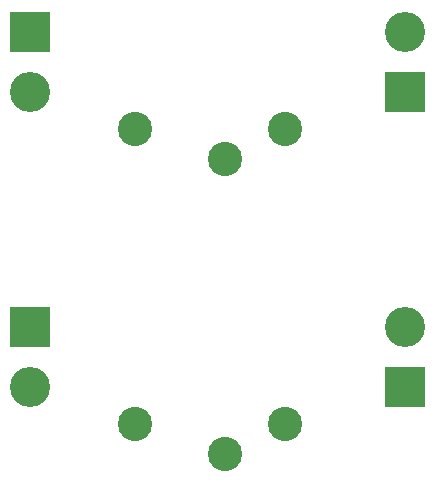
<source format=gbs>
%MOIN*%
%OFA0B0*%
%FSLAX46Y46*%
%IPPOS*%
%LPD*%
%ADD10C,0.0039370078740157488*%
%ADD11R,0.13385826771653545X0.13385826771653545*%
%ADD12C,0.13385826771653545*%
%ADD13C,0.11414803149606301*%
%ADD24C,0.0039370078740157488*%
%ADD25R,0.13385826771653545X0.13385826771653545*%
%ADD26C,0.13385826771653545*%
%ADD27C,0.11414803149606301*%
%LPD*%
G01G01*
D10*
D11*
X-0005000000Y0003425196D02*
X0001400000Y0000400196D03*
D12*
X0001400000Y0000600196D03*
D11*
X0000150000Y0000600196D03*
D12*
X0000150000Y0000400196D03*
D13*
X0001000000Y0000275196D03*
X0000799999Y0000175196D03*
X0000499999Y0000275196D03*
G04 next file*
G04 #@! TF.FileFunction,Soldermask,Bot*
G04 Gerber Fmt 4.6, Leading zero omitted, Abs format (unit mm)*
G04 Created by KiCad (PCBNEW 4.0.4-stable) date Thu Oct  6 13:32:55 2016*
G01G01*
G04 APERTURE LIST*
G04 APERTURE END LIST*
D24*
D25*
X-0005000000Y0004409448D02*
X0001400000Y0001384448D03*
D26*
X0001400000Y0001584448D03*
D25*
X0000150000Y0001584448D03*
D26*
X0000150000Y0001384448D03*
D27*
X0001000000Y0001259448D03*
X0000799999Y0001159448D03*
X0000499999Y0001259448D03*
M02*
</source>
